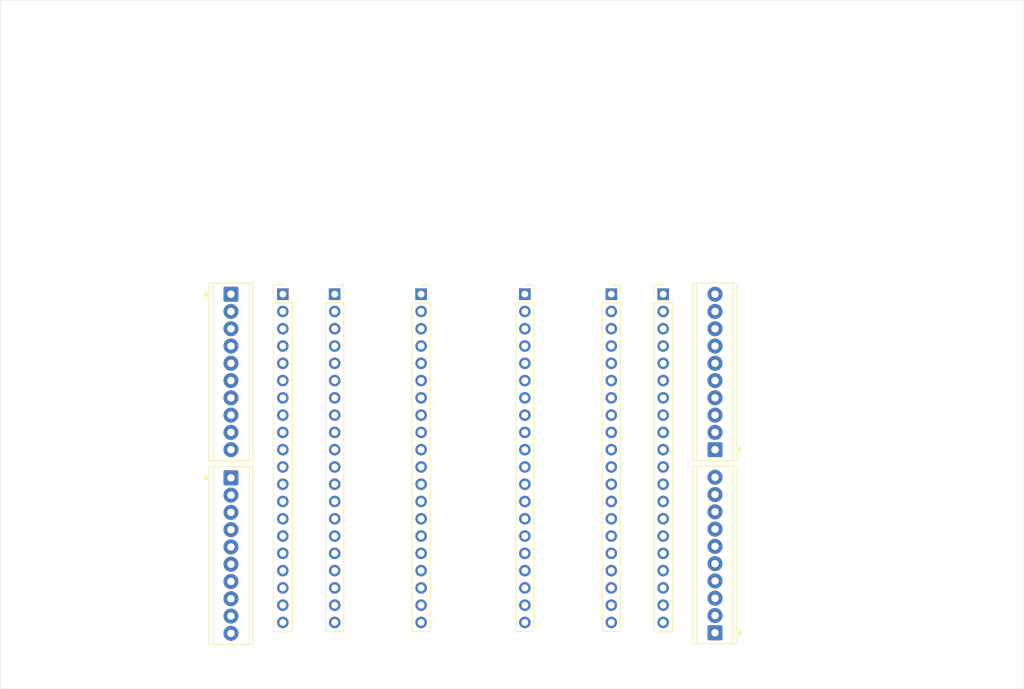
<source format=kicad_pcb>
(kicad_pcb (version 20241229) (generator "pcbnew") (generator_version "9.0")
  (title_block (title "Charge-BoB-Seed") (date "2025-09-03") (rev "0.1") (company "clectric.diy") (comment 1 "Charles H. Leggett"))
  (layers (0 "F.Cu" signal) (2 "B.Cu" signal) (13 "F.Paste" user) (15 "B.Paste" user) (5 "F.SilkS" user "F.Silkscreen") (7 "B.SilkS" user "B.Silkscreen") (1 "F.Mask" user) (3 "B.Mask" user) (25 "Edge.Cuts" user))
  (net 0 "")
  (net 1 "3V3 Analog")
  (net 2 "A4 {slash} D19")
  (net 3 "A7 {slash} D22")
  (net 4 "A1 {slash} D16")
  (net 5 "A8 {slash} D23")
  (net 6 "A0 {slash} D15")
  (net 7 "A3 {slash} D18")
  (net 8 "A5 {slash} D20")
  (net 9 "A2 {slash} D17")
  (net 10 "A6 {slash} D21")
  (net 11 "D27")
  (net 12 "A10 {slash} D25")
  (net 13 "DGND")
  (net 14 "3V3 Digital")
  (net 15 "A9 {slash} D24")
  (net 16 "A11 {slash} D28")
  (net 17 "D30")
  (net 18 "VIN")
  (net 19 "D29")
  (net 20 "D26")
  (net 21 "D2")
  (net 22 "out[1][SIZE]")
  (net 23 "D6")
  (net 24 "in[0][SIZE]")
  (net 25 "out[0][SIZE]")
  (net 26 "D14")
  (net 27 "D0")
  (net 28 "in[1][SIZE]")
  (net 29 "D1")
  (net 30 "AGND")
  (net 31 "D13")
  (net 32 "D12")
  (net 33 "D3")
  (net 34 "D9")
  (net 35 "D10")
  (net 36 "D7")
  (net 37 "D11")
  (net 38 "D8")
  (net 39 "D5")
  (net 40 "D4")
  (footprint "Connector_PinSocket_2.54mm:PinSocket_1x20_P2.54mm_Vertical" (layer "F.Cu") (at 116.84 88.9)
    (property "Reference" "J4" (hide yes))
    (property "Value" "Socket")
    (fp_line (start -1.33 1.27) (end -1.33 49.59) (stroke (width 0.12)) (layer "F.SilkS"))
    (fp_line (start -1.33 1.27) (end 1.33 1.27) (stroke (width 0.12)) (layer "F.SilkS"))
    (fp_line (start -1.33 49.59) (end 1.33 49.59) (stroke (width 0.12)) (layer "F.SilkS"))
    (fp_line (start 0 -1.33) (end 1.33 -1.33) (stroke (width 0.12)) (layer "F.SilkS"))
    (fp_line (start 1.33 -1.33) (end 1.33 0) (stroke (width 0.12)) (layer "F.SilkS"))
    (fp_line (start 1.33 1.27) (end 1.33 49.59) (stroke (width 0.12)) (layer "F.SilkS"))
    (pad "1" thru_hole rect (at 0 0) (size 1.7 1.7) (drill 1) (layers "*.Cu" "*.Mask") (net 1 "3V3 Analog"))
    (pad "2" thru_hole circle (at 0 2.54) (size 1.7 1.7) (drill 1) (layers "*.Cu" "*.Mask") (net 6 "A0 {slash} D15"))
    (pad "3" thru_hole circle (at 0 5.08) (size 1.7 1.7) (drill 1) (layers "*.Cu" "*.Mask") (net 4 "A1 {slash} D16"))
    (pad "4" thru_hole circle (at 0 7.62) (size 1.7 1.7) (drill 1) (layers "*.Cu" "*.Mask") (net 9 "A2 {slash} D17"))
    (pad "5" thru_hole circle (at 0 10.16) (size 1.7 1.7) (drill 1) (layers "*.Cu" "*.Mask") (net 7 "A3 {slash} D18"))
    (pad "6" thru_hole circle (at 0 12.7) (size 1.7 1.7) (drill 1) (layers "*.Cu" "*.Mask") (net 2 "A4 {slash} D19"))
    (pad "7" thru_hole circle (at 0 15.24) (size 1.7 1.7) (drill 1) (layers "*.Cu" "*.Mask") (net 8 "A5 {slash} D20"))
    (pad "8" thru_hole circle (at 0 17.78) (size 1.7 1.7) (drill 1) (layers "*.Cu" "*.Mask") (net 10 "A6 {slash} D21"))
    (pad "9" thru_hole circle (at 0 20.32) (size 1.7 1.7) (drill 1) (layers "*.Cu" "*.Mask") (net 3 "A7 {slash} D22"))
    (pad "10" thru_hole circle (at 0 22.86) (size 1.7 1.7) (drill 1) (layers "*.Cu" "*.Mask") (net 5 "A8 {slash} D23"))
    (pad "11" thru_hole circle (at 0 25.4) (size 1.7 1.7) (drill 1) (layers "*.Cu" "*.Mask") (net 15 "A9 {slash} D24"))
    (pad "12" thru_hole circle (at 0 27.94) (size 1.7 1.7) (drill 1) (layers "*.Cu" "*.Mask") (net 12 "A10 {slash} D25"))
    (pad "13" thru_hole circle (at 0 30.48) (size 1.7 1.7) (drill 1) (layers "*.Cu" "*.Mask") (net 20 "D26"))
    (pad "14" thru_hole circle (at 0 33.02) (size 1.7 1.7) (drill 1) (layers "*.Cu" "*.Mask") (net 11 "D27"))
    (pad "15" thru_hole circle (at 0 35.56) (size 1.7 1.7) (drill 1) (layers "*.Cu" "*.Mask") (net 16 "A11 {slash} D28"))
    (pad "16" thru_hole circle (at 0 38.1) (size 1.7 1.7) (drill 1) (layers "*.Cu" "*.Mask") (net 19 "D29"))
    (pad "17" thru_hole circle (at 0 40.64) (size 1.7 1.7) (drill 1) (layers "*.Cu" "*.Mask") (net 17 "D30"))
    (pad "18" thru_hole circle (at 0 43.18) (size 1.7 1.7) (drill 1) (layers "*.Cu" "*.Mask") (net 14 "3V3 Digital"))
    (pad "19" thru_hole circle (at 0 45.72) (size 1.7 1.7) (drill 1) (layers "*.Cu" "*.Mask") (net 18 "VIN"))
    (pad "20" thru_hole circle (at 0 48.26) (size 1.7 1.7) (drill 1) (layers "*.Cu" "*.Mask") (net 13 "DGND"))
  )
  (footprint "Connector_PinHeader_2.54mm:PinHeader_1x20_P2.54mm_Vertical" (layer "F.Cu") (at 165.1 88.9)
    (property "Reference" "J8" (hide yes))
    (property "Value" "Pin")
    (fp_line (start -1.38 -1.38) (end 0 -1.38) (stroke (width 0.12)) (layer "F.SilkS"))
    (fp_line (start -1.38 0) (end -1.38 -1.38) (stroke (width 0.12)) (layer "F.SilkS"))
    (fp_line (start -1.38 1.27) (end -1.38 49.64) (stroke (width 0.12)) (layer "F.SilkS"))
    (fp_line (start -1.38 1.27) (end 1.38 1.27) (stroke (width 0.12)) (layer "F.SilkS"))
    (fp_line (start -1.38 49.64) (end 1.38 49.64) (stroke (width 0.12)) (layer "F.SilkS"))
    (fp_line (start 1.38 1.27) (end 1.38 49.64) (stroke (width 0.12)) (layer "F.SilkS"))
    (pad "1" thru_hole rect (at 0 0) (size 1.7 1.7) (drill 1) (layers "*.Cu" "*.Mask") (net 30 "AGND"))
    (pad "2" thru_hole circle (at 0 2.54) (size 1.7 1.7) (drill 1) (layers "*.Cu" "*.Mask") (net 22 "out[1][SIZE]"))
    (pad "3" thru_hole circle (at 0 5.08) (size 1.7 1.7) (drill 1) (layers "*.Cu" "*.Mask") (net 25 "out[0][SIZE]"))
    (pad "4" thru_hole circle (at 0 7.62) (size 1.7 1.7) (drill 1) (layers "*.Cu" "*.Mask") (net 28 "in[1][SIZE]"))
    (pad "5" thru_hole circle (at 0 10.16) (size 1.7 1.7) (drill 1) (layers "*.Cu" "*.Mask") (net 24 "in[0][SIZE]"))
    (pad "6" thru_hole circle (at 0 12.7) (size 1.7 1.7) (drill 1) (layers "*.Cu" "*.Mask") (net 26 "D14"))
    (pad "7" thru_hole circle (at 0 15.24) (size 1.7 1.7) (drill 1) (layers "*.Cu" "*.Mask") (net 31 "D13"))
    (pad "8" thru_hole circle (at 0 17.78) (size 1.7 1.7) (drill 1) (layers "*.Cu" "*.Mask") (net 32 "D12"))
    (pad "9" thru_hole circle (at 0 20.32) (size 1.7 1.7) (drill 1) (layers "*.Cu" "*.Mask") (net 37 "D11"))
    (pad "10" thru_hole circle (at 0 22.86) (size 1.7 1.7) (drill 1) (layers "*.Cu" "*.Mask") (net 35 "D10"))
    (pad "11" thru_hole circle (at 0 25.4) (size 1.7 1.7) (drill 1) (layers "*.Cu" "*.Mask") (net 34 "D9"))
    (pad "12" thru_hole circle (at 0 27.94) (size 1.7 1.7) (drill 1) (layers "*.Cu" "*.Mask") (net 38 "D8"))
    (pad "13" thru_hole circle (at 0 30.48) (size 1.7 1.7) (drill 1) (layers "*.Cu" "*.Mask") (net 36 "D7"))
    (pad "14" thru_hole circle (at 0 33.02) (size 1.7 1.7) (drill 1) (layers "*.Cu" "*.Mask") (net 23 "D6"))
    (pad "15" thru_hole circle (at 0 35.56) (size 1.7 1.7) (drill 1) (layers "*.Cu" "*.Mask") (net 39 "D5"))
    (pad "16" thru_hole circle (at 0 38.1) (size 1.7 1.7) (drill 1) (layers "*.Cu" "*.Mask") (net 40 "D4"))
    (pad "17" thru_hole circle (at 0 40.64) (size 1.7 1.7) (drill 1) (layers "*.Cu" "*.Mask") (net 33 "D3"))
    (pad "18" thru_hole circle (at 0 43.18) (size 1.7 1.7) (drill 1) (layers "*.Cu" "*.Mask") (net 21 "D2"))
    (pad "19" thru_hole circle (at 0 45.72) (size 1.7 1.7) (drill 1) (layers "*.Cu" "*.Mask") (net 29 "D1"))
    (pad "20" thru_hole circle (at 0 48.26) (size 1.7 1.7) (drill 1) (layers "*.Cu" "*.Mask") (net 27 "D0"))
  )
  (footprint "Connector_PinSocket_2.54mm:PinSocket_1x20_P2.54mm_Vertical" (layer "F.Cu") (at 157.48 88.9)
    (property "Reference" "J7" (hide yes))
    (property "Value" "Socket")
    (fp_line (start -1.33 1.27) (end -1.33 49.59) (stroke (width 0.12)) (layer "F.SilkS"))
    (fp_line (start -1.33 1.27) (end 1.33 1.27) (stroke (width 0.12)) (layer "F.SilkS"))
    (fp_line (start -1.33 49.59) (end 1.33 49.59) (stroke (width 0.12)) (layer "F.SilkS"))
    (fp_line (start 0 -1.33) (end 1.33 -1.33) (stroke (width 0.12)) (layer "F.SilkS"))
    (fp_line (start 1.33 -1.33) (end 1.33 0) (stroke (width 0.12)) (layer "F.SilkS"))
    (fp_line (start 1.33 1.27) (end 1.33 49.59) (stroke (width 0.12)) (layer "F.SilkS"))
    (pad "1" thru_hole rect (at 0 0) (size 1.7 1.7) (drill 1) (layers "*.Cu" "*.Mask") (net 30 "AGND"))
    (pad "2" thru_hole circle (at 0 2.54) (size 1.7 1.7) (drill 1) (layers "*.Cu" "*.Mask") (net 22 "out[1][SIZE]"))
    (pad "3" thru_hole circle (at 0 5.08) (size 1.7 1.7) (drill 1) (layers "*.Cu" "*.Mask") (net 25 "out[0][SIZE]"))
    (pad "4" thru_hole circle (at 0 7.62) (size 1.7 1.7) (drill 1) (layers "*.Cu" "*.Mask") (net 28 "in[1][SIZE]"))
    (pad "5" thru_hole circle (at 0 10.16) (size 1.7 1.7) (drill 1) (layers "*.Cu" "*.Mask") (net 24 "in[0][SIZE]"))
    (pad "6" thru_hole circle (at 0 12.7) (size 1.7 1.7) (drill 1) (layers "*.Cu" "*.Mask") (net 26 "D14"))
    (pad "7" thru_hole circle (at 0 15.24) (size 1.7 1.7) (drill 1) (layers "*.Cu" "*.Mask") (net 31 "D13"))
    (pad "8" thru_hole circle (at 0 17.78) (size 1.7 1.7) (drill 1) (layers "*.Cu" "*.Mask") (net 32 "D12"))
    (pad "9" thru_hole circle (at 0 20.32) (size 1.7 1.7) (drill 1) (layers "*.Cu" "*.Mask") (net 37 "D11"))
    (pad "10" thru_hole circle (at 0 22.86) (size 1.7 1.7) (drill 1) (layers "*.Cu" "*.Mask") (net 35 "D10"))
    (pad "11" thru_hole circle (at 0 25.4) (size 1.7 1.7) (drill 1) (layers "*.Cu" "*.Mask") (net 34 "D9"))
    (pad "12" thru_hole circle (at 0 27.94) (size 1.7 1.7) (drill 1) (layers "*.Cu" "*.Mask") (net 38 "D8"))
    (pad "13" thru_hole circle (at 0 30.48) (size 1.7 1.7) (drill 1) (layers "*.Cu" "*.Mask") (net 36 "D7"))
    (pad "14" thru_hole circle (at 0 33.02) (size 1.7 1.7) (drill 1) (layers "*.Cu" "*.Mask") (net 23 "D6"))
    (pad "15" thru_hole circle (at 0 35.56) (size 1.7 1.7) (drill 1) (layers "*.Cu" "*.Mask") (net 39 "D5"))
    (pad "16" thru_hole circle (at 0 38.1) (size 1.7 1.7) (drill 1) (layers "*.Cu" "*.Mask") (net 40 "D4"))
    (pad "17" thru_hole circle (at 0 40.64) (size 1.7 1.7) (drill 1) (layers "*.Cu" "*.Mask") (net 33 "D3"))
    (pad "18" thru_hole circle (at 0 43.18) (size 1.7 1.7) (drill 1) (layers "*.Cu" "*.Mask") (net 21 "D2"))
    (pad "19" thru_hole circle (at 0 45.72) (size 1.7 1.7) (drill 1) (layers "*.Cu" "*.Mask") (net 29 "D1"))
    (pad "20" thru_hole circle (at 0 48.26) (size 1.7 1.7) (drill 1) (layers "*.Cu" "*.Mask") (net 27 "D0"))
  )
  (footprint "TerminalBlock_Phoenix:TerminalBlock_Phoenix_MPT-0,5-10-2.54_1x10_P2.54mm_Horizontal" (layer "F.Cu") (at 101.6 88.9 -90)
    (property "Reference" "J1" (hide yes))
    (property "Value" "Screw_01x10")
    (fp_line (start -1.62 3.22) (end -1.62 -3.22) (stroke (width 0.12)) (layer "F.SilkS"))
    (fp_line (start -0.3 3.22) (end -1.62 3.22) (stroke (width 0.12)) (layer "F.SilkS"))
    (fp_line (start 24.48 3.22) (end 0.3 3.22) (stroke (width 0.12)) (layer "F.SilkS"))
    (fp_line (start -1.62 2.6) (end 24.48 2.6) (stroke (width 0.12)) (layer "F.SilkS"))
    (fp_line (start -1.62 -2.7) (end 24.48 -2.7) (stroke (width 0.12)) (layer "F.SilkS"))
    (fp_line (start -1.62 -3.22) (end 24.48 -3.22) (stroke (width 0.12)) (layer "F.SilkS"))
    (fp_line (start 24.48 -3.22) (end 24.48 3.22) (stroke (width 0.12)) (layer "F.SilkS"))
    (fp_poly (pts (xy 0 3.22) (xy 0.44 3.83) (xy -0.44 3.83)) (stroke (width 0.12)) (fill yes) (layer "F.SilkS"))
    (pad "1" thru_hole roundrect (at 0 0 270) (size 2.2 2.2) (drill 1.1) (layers "*.Cu" "*.Mask") (roundrect_rratio 0.113636) (net 1 "3V3 Analog"))
    (pad "2" thru_hole circle (at 2.54 0 270) (size 2.2 2.2) (drill 1.1) (layers "*.Cu" "*.Mask") (net 6 "A0 {slash} D15"))
    (pad "3" thru_hole circle (at 5.08 0 270) (size 2.2 2.2) (drill 1.1) (layers "*.Cu" "*.Mask") (net 4 "A1 {slash} D16"))
    (pad "4" thru_hole circle (at 7.62 0 270) (size 2.2 2.2) (drill 1.1) (layers "*.Cu" "*.Mask") (net 9 "A2 {slash} D17"))
    (pad "5" thru_hole circle (at 10.16 0 270) (size 2.2 2.2) (drill 1.1) (layers "*.Cu" "*.Mask") (net 7 "A3 {slash} D18"))
    (pad "6" thru_hole circle (at 12.7 0 270) (size 2.2 2.2) (drill 1.1) (layers "*.Cu" "*.Mask") (net 2 "A4 {slash} D19"))
    (pad "7" thru_hole circle (at 15.24 0 270) (size 2.2 2.2) (drill 1.1) (layers "*.Cu" "*.Mask") (net 8 "A5 {slash} D20"))
    (pad "8" thru_hole circle (at 17.78 0 270) (size 2.2 2.2) (drill 1.1) (layers "*.Cu" "*.Mask") (net 10 "A6 {slash} D21"))
    (pad "9" thru_hole circle (at 20.32 0 270) (size 2.2 2.2) (drill 1.1) (layers "*.Cu" "*.Mask") (net 3 "A7 {slash} D22"))
    (pad "10" thru_hole circle (at 22.86 0 270) (size 2.2 2.2) (drill 1.1) (layers "*.Cu" "*.Mask") (net 5 "A8 {slash} D23"))
  )
  (footprint "TerminalBlock_Phoenix:TerminalBlock_Phoenix_MPT-0,5-10-2.54_1x10_P2.54mm_Horizontal" (layer "F.Cu") (at 172.72 111.76 90)
    (property "Reference" "J9" (hide yes))
    (property "Value" "Screw_01x10")
    (fp_line (start 24.48 -3.22) (end 24.48 3.22) (stroke (width 0.12)) (layer "F.SilkS"))
    (fp_line (start -1.62 -3.22) (end 24.48 -3.22) (stroke (width 0.12)) (layer "F.SilkS"))
    (fp_line (start -1.62 -2.7) (end 24.48 -2.7) (stroke (width 0.12)) (layer "F.SilkS"))
    (fp_line (start -1.62 2.6) (end 24.48 2.6) (stroke (width 0.12)) (layer "F.SilkS"))
    (fp_line (start 24.48 3.22) (end 0.3 3.22) (stroke (width 0.12)) (layer "F.SilkS"))
    (fp_line (start -0.3 3.22) (end -1.62 3.22) (stroke (width 0.12)) (layer "F.SilkS"))
    (fp_line (start -1.62 3.22) (end -1.62 -3.22) (stroke (width 0.12)) (layer "F.SilkS"))
    (fp_poly (pts (xy 0 3.22) (xy 0.44 3.83) (xy -0.44 3.83)) (stroke (width 0.12)) (fill yes) (layer "F.SilkS"))
    (pad "1" thru_hole roundrect (at 0 0 90) (size 2.2 2.2) (drill 1.1) (layers "*.Cu" "*.Mask") (roundrect_rratio 0.113636) (net 35 "D10"))
    (pad "2" thru_hole circle (at 2.54 0 90) (size 2.2 2.2) (drill 1.1) (layers "*.Cu" "*.Mask") (net 37 "D11"))
    (pad "3" thru_hole circle (at 5.08 0 90) (size 2.2 2.2) (drill 1.1) (layers "*.Cu" "*.Mask") (net 32 "D12"))
    (pad "4" thru_hole circle (at 7.62 0 90) (size 2.2 2.2) (drill 1.1) (layers "*.Cu" "*.Mask") (net 31 "D13"))
    (pad "5" thru_hole circle (at 10.16 0 90) (size 2.2 2.2) (drill 1.1) (layers "*.Cu" "*.Mask") (net 26 "D14"))
    (pad "6" thru_hole circle (at 12.7 0 90) (size 2.2 2.2) (drill 1.1) (layers "*.Cu" "*.Mask") (net 24 "in[0][SIZE]"))
    (pad "7" thru_hole circle (at 15.24 0 90) (size 2.2 2.2) (drill 1.1) (layers "*.Cu" "*.Mask") (net 28 "in[1][SIZE]"))
    (pad "8" thru_hole circle (at 17.78 0 90) (size 2.2 2.2) (drill 1.1) (layers "*.Cu" "*.Mask") (net 25 "out[0][SIZE]"))
    (pad "9" thru_hole circle (at 20.32 0 90) (size 2.2 2.2) (drill 1.1) (layers "*.Cu" "*.Mask") (net 22 "out[1][SIZE]"))
    (pad "10" thru_hole circle (at 22.86 0 90) (size 2.2 2.2) (drill 1.1) (layers "*.Cu" "*.Mask") (net 30 "AGND"))
  )
  (footprint "TerminalBlock_Phoenix:TerminalBlock_Phoenix_MPT-0,5-10-2.54_1x10_P2.54mm_Horizontal" (layer "F.Cu") (at 172.72 138.68 90)
    (property "Reference" "J10" (hide yes))
    (property "Value" "Screw_01x10")
    (fp_line (start 24.48 -3.22) (end 24.48 3.22) (stroke (width 0.12)) (layer "F.SilkS"))
    (fp_line (start -1.62 -3.22) (end 24.48 -3.22) (stroke (width 0.12)) (layer "F.SilkS"))
    (fp_line (start -1.62 -2.7) (end 24.48 -2.7) (stroke (width 0.12)) (layer "F.SilkS"))
    (fp_line (start -1.62 2.6) (end 24.48 2.6) (stroke (width 0.12)) (layer "F.SilkS"))
    (fp_line (start 24.48 3.22) (end 0.3 3.22) (stroke (width 0.12)) (layer "F.SilkS"))
    (fp_line (start -0.3 3.22) (end -1.62 3.22) (stroke (width 0.12)) (layer "F.SilkS"))
    (fp_line (start -1.62 3.22) (end -1.62 -3.22) (stroke (width 0.12)) (layer "F.SilkS"))
    (fp_poly (pts (xy 0 3.22) (xy 0.44 3.83) (xy -0.44 3.83)) (stroke (width 0.12)) (fill yes) (layer "F.SilkS"))
    (pad "1" thru_hole roundrect (at 0 0 90) (size 2.2 2.2) (drill 1.1) (layers "*.Cu" "*.Mask") (roundrect_rratio 0.113636) (net 27 "D0"))
    (pad "2" thru_hole circle (at 2.54 0 90) (size 2.2 2.2) (drill 1.1) (layers "*.Cu" "*.Mask") (net 29 "D1"))
    (pad "3" thru_hole circle (at 5.08 0 90) (size 2.2 2.2) (drill 1.1) (layers "*.Cu" "*.Mask") (net 21 "D2"))
    (pad "4" thru_hole circle (at 7.62 0 90) (size 2.2 2.2) (drill 1.1) (layers "*.Cu" "*.Mask") (net 33 "D3"))
    (pad "5" thru_hole circle (at 10.16 0 90) (size 2.2 2.2) (drill 1.1) (layers "*.Cu" "*.Mask") (net 40 "D4"))
    (pad "6" thru_hole circle (at 12.7 0 90) (size 2.2 2.2) (drill 1.1) (layers "*.Cu" "*.Mask") (net 39 "D5"))
    (pad "7" thru_hole circle (at 15.24 0 90) (size 2.2 2.2) (drill 1.1) (layers "*.Cu" "*.Mask") (net 23 "D6"))
    (pad "8" thru_hole circle (at 17.78 0 90) (size 2.2 2.2) (drill 1.1) (layers "*.Cu" "*.Mask") (net 36 "D7"))
    (pad "9" thru_hole circle (at 20.32 0 90) (size 2.2 2.2) (drill 1.1) (layers "*.Cu" "*.Mask") (net 38 "D8"))
    (pad "10" thru_hole circle (at 22.86 0 90) (size 2.2 2.2) (drill 1.1) (layers "*.Cu" "*.Mask") (net 34 "D9"))
  )
  (footprint "TerminalBlock_Phoenix:TerminalBlock_Phoenix_MPT-0,5-10-2.54_1x10_P2.54mm_Horizontal" (layer "F.Cu") (at 101.6 115.9 -90)
    (property "Reference" "J2" (hide yes))
    (property "Value" "Screw_01x10")
    (fp_line (start -1.62 3.22) (end -1.62 -3.22) (stroke (width 0.12)) (layer "F.SilkS"))
    (fp_line (start -0.3 3.22) (end -1.62 3.22) (stroke (width 0.12)) (layer "F.SilkS"))
    (fp_line (start 24.48 3.22) (end 0.3 3.22) (stroke (width 0.12)) (layer "F.SilkS"))
    (fp_line (start -1.62 2.6) (end 24.48 2.6) (stroke (width 0.12)) (layer "F.SilkS"))
    (fp_line (start -1.62 -2.7) (end 24.48 -2.7) (stroke (width 0.12)) (layer "F.SilkS"))
    (fp_line (start -1.62 -3.22) (end 24.48 -3.22) (stroke (width 0.12)) (layer "F.SilkS"))
    (fp_line (start 24.48 -3.22) (end 24.48 3.22) (stroke (width 0.12)) (layer "F.SilkS"))
    (fp_poly (pts (xy 0 3.22) (xy 0.44 3.83) (xy -0.44 3.83)) (stroke (width 0.12)) (fill yes) (layer "F.SilkS"))
    (pad "1" thru_hole roundrect (at 0 0 270) (size 2.2 2.2) (drill 1.1) (layers "*.Cu" "*.Mask") (roundrect_rratio 0.113636) (net 15 "A9 {slash} D24"))
    (pad "2" thru_hole circle (at 2.54 0 270) (size 2.2 2.2) (drill 1.1) (layers "*.Cu" "*.Mask") (net 12 "A10 {slash} D25"))
    (pad "3" thru_hole circle (at 5.08 0 270) (size 2.2 2.2) (drill 1.1) (layers "*.Cu" "*.Mask") (net 20 "D26"))
    (pad "4" thru_hole circle (at 7.62 0 270) (size 2.2 2.2) (drill 1.1) (layers "*.Cu" "*.Mask") (net 11 "D27"))
    (pad "5" thru_hole circle (at 10.16 0 270) (size 2.2 2.2) (drill 1.1) (layers "*.Cu" "*.Mask") (net 16 "A11 {slash} D28"))
    (pad "6" thru_hole circle (at 12.7 0 270) (size 2.2 2.2) (drill 1.1) (layers "*.Cu" "*.Mask") (net 19 "D29"))
    (pad "7" thru_hole circle (at 15.24 0 270) (size 2.2 2.2) (drill 1.1) (layers "*.Cu" "*.Mask") (net 17 "D30"))
    (pad "8" thru_hole circle (at 17.78 0 270) (size 2.2 2.2) (drill 1.1) (layers "*.Cu" "*.Mask") (net 14 "3V3 Digital"))
    (pad "9" thru_hole circle (at 20.32 0 270) (size 2.2 2.2) (drill 1.1) (layers "*.Cu" "*.Mask") (net 18 "VIN"))
    (pad "10" thru_hole circle (at 22.86 0 270) (size 2.2 2.2) (drill 1.1) (layers "*.Cu" "*.Mask") (net 13 "DGND"))
  )
  (footprint "Connector_PinSocket_2.54mm:PinSocket_1x20_P2.54mm_Vertical" (layer "F.Cu") (at 144.78 88.9)
    (property "Reference" "J6" (hide yes))
    (property "Value" "Socket")
    (fp_line (start -1.33 1.27) (end -1.33 49.59) (stroke (width 0.12)) (layer "F.SilkS"))
    (fp_line (start -1.33 1.27) (end 1.33 1.27) (stroke (width 0.12)) (layer "F.SilkS"))
    (fp_line (start -1.33 49.59) (end 1.33 49.59) (stroke (width 0.12)) (layer "F.SilkS"))
    (fp_line (start 0 -1.33) (end 1.33 -1.33) (stroke (width 0.12)) (layer "F.SilkS"))
    (fp_line (start 1.33 -1.33) (end 1.33 0) (stroke (width 0.12)) (layer "F.SilkS"))
    (fp_line (start 1.33 1.27) (end 1.33 49.59) (stroke (width 0.12)) (layer "F.SilkS"))
    (pad "1" thru_hole rect (at 0 0) (size 1.7 1.7) (drill 1) (layers "*.Cu" "*.Mask") (net 30 "AGND"))
    (pad "2" thru_hole circle (at 0 2.54) (size 1.7 1.7) (drill 1) (layers "*.Cu" "*.Mask") (net 22 "out[1][SIZE]"))
    (pad "3" thru_hole circle (at 0 5.08) (size 1.7 1.7) (drill 1) (layers "*.Cu" "*.Mask") (net 25 "out[0][SIZE]"))
    (pad "4" thru_hole circle (at 0 7.62) (size 1.7 1.7) (drill 1) (layers "*.Cu" "*.Mask") (net 28 "in[1][SIZE]"))
    (pad "5" thru_hole circle (at 0 10.16) (size 1.7 1.7) (drill 1) (layers "*.Cu" "*.Mask") (net 24 "in[0][SIZE]"))
    (pad "6" thru_hole circle (at 0 12.7) (size 1.7 1.7) (drill 1) (layers "*.Cu" "*.Mask") (net 26 "D14"))
    (pad "7" thru_hole circle (at 0 15.24) (size 1.7 1.7) (drill 1) (layers "*.Cu" "*.Mask") (net 31 "D13"))
    (pad "8" thru_hole circle (at 0 17.78) (size 1.7 1.7) (drill 1) (layers "*.Cu" "*.Mask") (net 32 "D12"))
    (pad "9" thru_hole circle (at 0 20.32) (size 1.7 1.7) (drill 1) (layers "*.Cu" "*.Mask") (net 37 "D11"))
    (pad "10" thru_hole circle (at 0 22.86) (size 1.7 1.7) (drill 1) (layers "*.Cu" "*.Mask") (net 35 "D10"))
    (pad "11" thru_hole circle (at 0 25.4) (size 1.7 1.7) (drill 1) (layers "*.Cu" "*.Mask") (net 34 "D9"))
    (pad "12" thru_hole circle (at 0 27.94) (size 1.7 1.7) (drill 1) (layers "*.Cu" "*.Mask") (net 38 "D8"))
    (pad "13" thru_hole circle (at 0 30.48) (size 1.7 1.7) (drill 1) (layers "*.Cu" "*.Mask") (net 36 "D7"))
    (pad "14" thru_hole circle (at 0 33.02) (size 1.7 1.7) (drill 1) (layers "*.Cu" "*.Mask") (net 23 "D6"))
    (pad "15" thru_hole circle (at 0 35.56) (size 1.7 1.7) (drill 1) (layers "*.Cu" "*.Mask") (net 39 "D5"))
    (pad "16" thru_hole circle (at 0 38.1) (size 1.7 1.7) (drill 1) (layers "*.Cu" "*.Mask") (net 40 "D4"))
    (pad "17" thru_hole circle (at 0 40.64) (size 1.7 1.7) (drill 1) (layers "*.Cu" "*.Mask") (net 33 "D3"))
    (pad "18" thru_hole circle (at 0 43.18) (size 1.7 1.7) (drill 1) (layers "*.Cu" "*.Mask") (net 21 "D2"))
    (pad "19" thru_hole circle (at 0 45.72) (size 1.7 1.7) (drill 1) (layers "*.Cu" "*.Mask") (net 29 "D1"))
    (pad "20" thru_hole circle (at 0 48.26) (size 1.7 1.7) (drill 1) (layers "*.Cu" "*.Mask") (net 27 "D0"))
  )
  (footprint "Connector_PinSocket_2.54mm:PinSocket_1x20_P2.54mm_Vertical" (layer "F.Cu") (at 129.54 88.9)
    (property "Reference" "J5" (hide yes))
    (property "Value" "Socket")
    (fp_line (start -1.33 1.27) (end -1.33 49.59) (stroke (width 0.12)) (layer "F.SilkS"))
    (fp_line (start -1.33 1.27) (end 1.33 1.27) (stroke (width 0.12)) (layer "F.SilkS"))
    (fp_line (start -1.33 49.59) (end 1.33 49.59) (stroke (width 0.12)) (layer "F.SilkS"))
    (fp_line (start 0 -1.33) (end 1.33 -1.33) (stroke (width 0.12)) (layer "F.SilkS"))
    (fp_line (start 1.33 -1.33) (end 1.33 0) (stroke (width 0.12)) (layer "F.SilkS"))
    (fp_line (start 1.33 1.27) (end 1.33 49.59) (stroke (width 0.12)) (layer "F.SilkS"))
    (pad "1" thru_hole rect (at 0 0) (size 1.7 1.7) (drill 1) (layers "*.Cu" "*.Mask") (net 1 "3V3 Analog"))
    (pad "2" thru_hole circle (at 0 2.54) (size 1.7 1.7) (drill 1) (layers "*.Cu" "*.Mask") (net 6 "A0 {slash} D15"))
    (pad "3" thru_hole circle (at 0 5.08) (size 1.7 1.7) (drill 1) (layers "*.Cu" "*.Mask") (net 4 "A1 {slash} D16"))
    (pad "4" thru_hole circle (at 0 7.62) (size 1.7 1.7) (drill 1) (layers "*.Cu" "*.Mask") (net 9 "A2 {slash} D17"))
    (pad "5" thru_hole circle (at 0 10.16) (size 1.7 1.7) (drill 1) (layers "*.Cu" "*.Mask") (net 7 "A3 {slash} D18"))
    (pad "6" thru_hole circle (at 0 12.7) (size 1.7 1.7) (drill 1) (layers "*.Cu" "*.Mask") (net 2 "A4 {slash} D19"))
    (pad "7" thru_hole circle (at 0 15.24) (size 1.7 1.7) (drill 1) (layers "*.Cu" "*.Mask") (net 8 "A5 {slash} D20"))
    (pad "8" thru_hole circle (at 0 17.78) (size 1.7 1.7) (drill 1) (layers "*.Cu" "*.Mask") (net 10 "A6 {slash} D21"))
    (pad "9" thru_hole circle (at 0 20.32) (size 1.7 1.7) (drill 1) (layers "*.Cu" "*.Mask") (net 3 "A7 {slash} D22"))
    (pad "10" thru_hole circle (at 0 22.86) (size 1.7 1.7) (drill 1) (layers "*.Cu" "*.Mask") (net 5 "A8 {slash} D23"))
    (pad "11" thru_hole circle (at 0 25.4) (size 1.7 1.7) (drill 1) (layers "*.Cu" "*.Mask") (net 15 "A9 {slash} D24"))
    (pad "12" thru_hole circle (at 0 27.94) (size 1.7 1.7) (drill 1) (layers "*.Cu" "*.Mask") (net 12 "A10 {slash} D25"))
    (pad "13" thru_hole circle (at 0 30.48) (size 1.7 1.7) (drill 1) (layers "*.Cu" "*.Mask") (net 20 "D26"))
    (pad "14" thru_hole circle (at 0 33.02) (size 1.7 1.7) (drill 1) (layers "*.Cu" "*.Mask") (net 11 "D27"))
    (pad "15" thru_hole circle (at 0 35.56) (size 1.7 1.7) (drill 1) (layers "*.Cu" "*.Mask") (net 16 "A11 {slash} D28"))
    (pad "16" thru_hole circle (at 0 38.1) (size 1.7 1.7) (drill 1) (layers "*.Cu" "*.Mask") (net 19 "D29"))
    (pad "17" thru_hole circle (at 0 40.64) (size 1.7 1.7) (drill 1) (layers "*.Cu" "*.Mask") (net 17 "D30"))
    (pad "18" thru_hole circle (at 0 43.18) (size 1.7 1.7) (drill 1) (layers "*.Cu" "*.Mask") (net 14 "3V3 Digital"))
    (pad "19" thru_hole circle (at 0 45.72) (size 1.7 1.7) (drill 1) (layers "*.Cu" "*.Mask") (net 18 "VIN"))
    (pad "20" thru_hole circle (at 0 48.26) (size 1.7 1.7) (drill 1) (layers "*.Cu" "*.Mask") (net 13 "DGND"))
  )
  (footprint "Connector_PinHeader_2.54mm:PinHeader_1x20_P2.54mm_Vertical" (layer "F.Cu") (at 109.22 88.9)
    (property "Reference" "J3" (hide yes))
    (property "Value" "Pin")
    (fp_line (start -1.38 -1.38) (end 0 -1.38) (stroke (width 0.12)) (layer "F.SilkS"))
    (fp_line (start -1.38 0) (end -1.38 -1.38) (stroke (width 0.12)) (layer "F.SilkS"))
    (fp_line (start -1.38 1.27) (end -1.38 49.64) (stroke (width 0.12)) (layer "F.SilkS"))
    (fp_line (start -1.38 1.27) (end 1.38 1.27) (stroke (width 0.12)) (layer "F.SilkS"))
    (fp_line (start -1.38 49.64) (end 1.38 49.64) (stroke (width 0.12)) (layer "F.SilkS"))
    (fp_line (start 1.38 1.27) (end 1.38 49.64) (stroke (width 0.12)) (layer "F.SilkS"))
    (pad "1" thru_hole rect (at 0 0) (size 1.7 1.7) (drill 1) (layers "*.Cu" "*.Mask") (net 1 "3V3 Analog"))
    (pad "2" thru_hole circle (at 0 2.54) (size 1.7 1.7) (drill 1) (layers "*.Cu" "*.Mask") (net 6 "A0 {slash} D15"))
    (pad "3" thru_hole circle (at 0 5.08) (size 1.7 1.7) (drill 1) (layers "*.Cu" "*.Mask") (net 4 "A1 {slash} D16"))
    (pad "4" thru_hole circle (at 0 7.62) (size 1.7 1.7) (drill 1) (layers "*.Cu" "*.Mask") (net 9 "A2 {slash} D17"))
    (pad "5" thru_hole circle (at 0 10.16) (size 1.7 1.7) (drill 1) (layers "*.Cu" "*.Mask") (net 7 "A3 {slash} D18"))
    (pad "6" thru_hole circle (at 0 12.7) (size 1.7 1.7) (drill 1) (layers "*.Cu" "*.Mask") (net 2 "A4 {slash} D19"))
    (pad "7" thru_hole circle (at 0 15.24) (size 1.7 1.7) (drill 1) (layers "*.Cu" "*.Mask") (net 8 "A5 {slash} D20"))
    (pad "8" thru_hole circle (at 0 17.78) (size 1.7 1.7) (drill 1) (layers "*.Cu" "*.Mask") (net 10 "A6 {slash} D21"))
    (pad "9" thru_hole circle (at 0 20.32) (size 1.7 1.7) (drill 1) (layers "*.Cu" "*.Mask") (net 3 "A7 {slash} D22"))
    (pad "10" thru_hole circle (at 0 22.86) (size 1.7 1.7) (drill 1) (layers "*.Cu" "*.Mask") (net 5 "A8 {slash} D23"))
    (pad "11" thru_hole circle (at 0 25.4) (size 1.7 1.7) (drill 1) (layers "*.Cu" "*.Mask") (net 15 "A9 {slash} D24"))
    (pad "12" thru_hole circle (at 0 27.94) (size 1.7 1.7) (drill 1) (layers "*.Cu" "*.Mask") (net 12 "A10 {slash} D25"))
    (pad "13" thru_hole circle (at 0 30.48) (size 1.7 1.7) (drill 1) (layers "*.Cu" "*.Mask") (net 20 "D26"))
    (pad "14" thru_hole circle (at 0 33.02) (size 1.7 1.7) (drill 1) (layers "*.Cu" "*.Mask") (net 11 "D27"))
    (pad "15" thru_hole circle (at 0 35.56) (size 1.7 1.7) (drill 1) (layers "*.Cu" "*.Mask") (net 16 "A11 {slash} D28"))
    (pad "16" thru_hole circle (at 0 38.1) (size 1.7 1.7) (drill 1) (layers "*.Cu" "*.Mask") (net 19 "D29"))
    (pad "17" thru_hole circle (at 0 40.64) (size 1.7 1.7) (drill 1) (layers "*.Cu" "*.Mask") (net 17 "D30"))
    (pad "18" thru_hole circle (at 0 43.18) (size 1.7 1.7) (drill 1) (layers "*.Cu" "*.Mask") (net 14 "3V3 Digital"))
    (pad "19" thru_hole circle (at 0 45.72) (size 1.7 1.7) (drill 1) (layers "*.Cu" "*.Mask") (net 18 "VIN"))
    (pad "20" thru_hole circle (at 0 48.26) (size 1.7 1.7) (drill 1) (layers "*.Cu" "*.Mask") (net 13 "DGND"))
  )
  (gr_rect (start 67.693082 45.671879) (end 218.106917 146.92812) (stroke (width 0.05)) (fill no) (layer "Edge.Cuts"))
)
</source>
